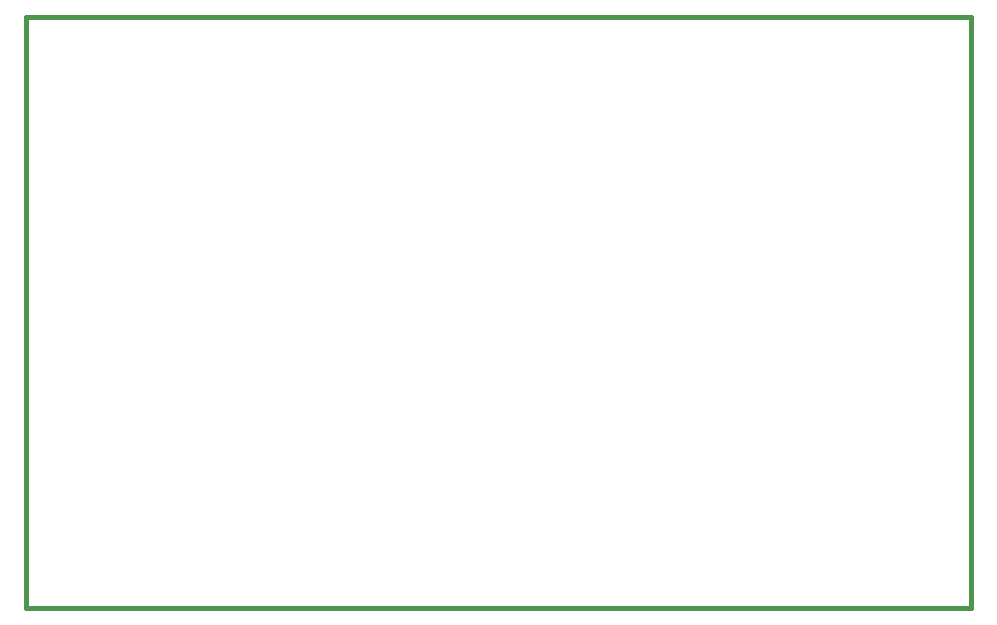
<source format=gm1>
G04 #@! TF.FileFunction,Profile,NP*
%FSLAX46Y46*%
G04 Gerber Fmt 4.6, Leading zero omitted, Abs format (unit mm)*
G04 Created by KiCad (PCBNEW 4.0.2-stable) date Mon 29 Aug 2016 22:28:05 CEST*
%MOMM*%
G01*
G04 APERTURE LIST*
%ADD10C,0.100000*%
%ADD11C,0.381000*%
G04 APERTURE END LIST*
D10*
D11*
X86002000Y-135618000D02*
X86002000Y-85618100D01*
X86002000Y-85618100D02*
X166001840Y-85618100D01*
X166001840Y-85618100D02*
X166001840Y-135618000D01*
X166001840Y-135618000D02*
X86002000Y-135618000D01*
M02*

</source>
